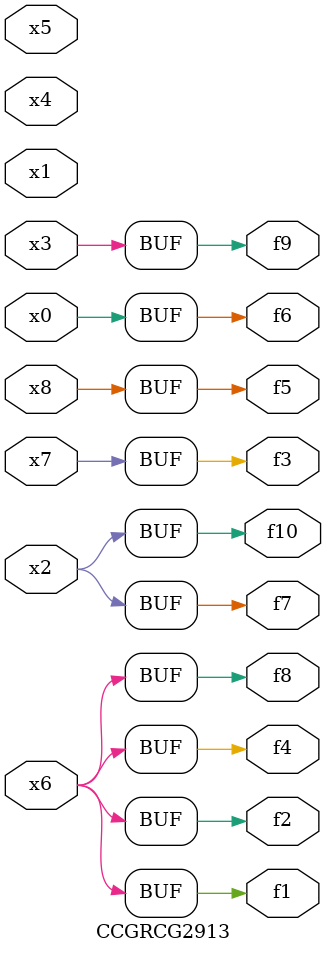
<source format=v>
module CCGRCG2913(
	input x0, x1, x2, x3, x4, x5, x6, x7, x8,
	output f1, f2, f3, f4, f5, f6, f7, f8, f9, f10
);
	assign f1 = x6;
	assign f2 = x6;
	assign f3 = x7;
	assign f4 = x6;
	assign f5 = x8;
	assign f6 = x0;
	assign f7 = x2;
	assign f8 = x6;
	assign f9 = x3;
	assign f10 = x2;
endmodule

</source>
